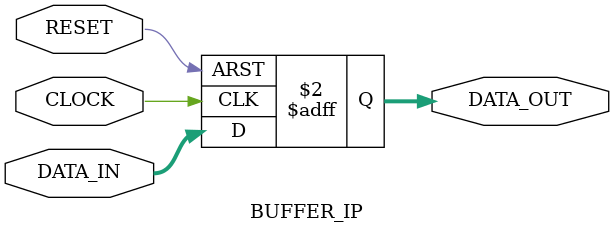
<source format=v>
module BUFFER_IP #(
	parameter WIDTH = 10
	)(
	input							CLOCK		,
	input							RESET		,
	input		  [WIDTH-1 : 0]DATA_IN	,
	output reg [WIDTH-1 : 0]DATA_OUT
);

always @(posedge CLOCK or posedge RESET)	begin
	if (RESET)	begin
		DATA_OUT <= {WIDTH{1'b0}}	;
	end
	else	begin
		DATA_OUT <= DATA_IN			;
	end
end

endmodule

</source>
